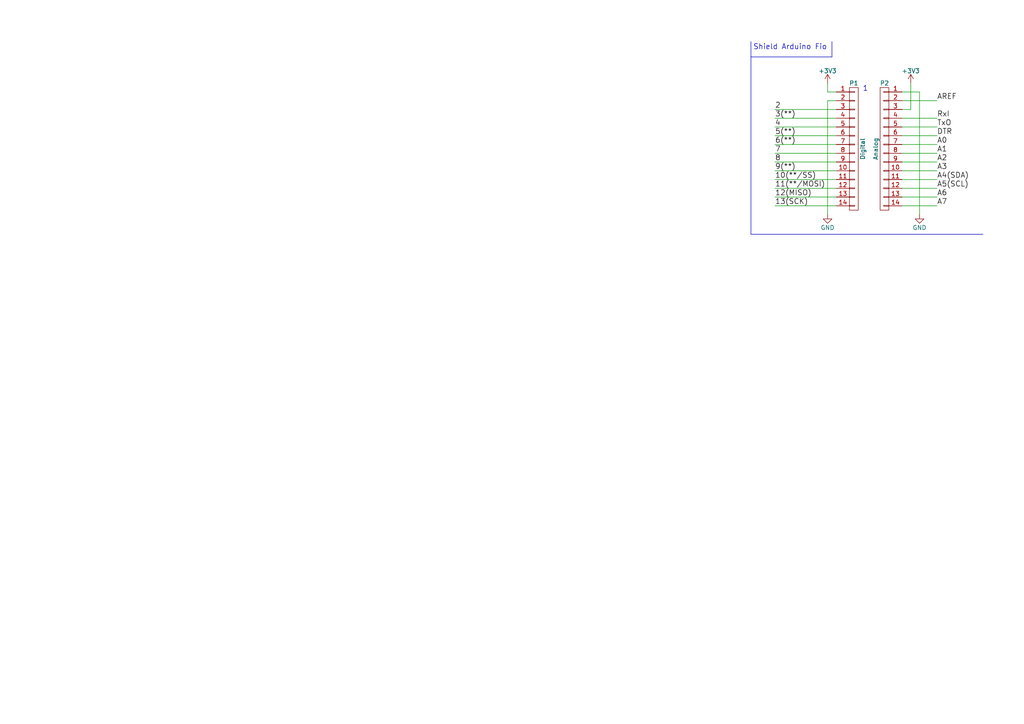
<source format=kicad_sch>
(kicad_sch (version 20230121) (generator eeschema)
  (paper "A4")
  (title_block (date "sam. 04 avril 2015"))
  (lib_symbols
    (symbol "Arduino_Fio-rescue:+3.3V" (power) (pin_names (offset 0))
      (property "Value" "+3.3V" (at 0 3.556 0))
      (symbol "+3.3V_0_1"
        (polyline (pts (xy -0.762 1.27) (xy 0 2.54)))
        (polyline (pts (xy 0 0) (xy 0 2.54)))
        (polyline (pts (xy 0 2.54) (xy 0.762 1.27)))
      )
      (symbol "+3.3V_1_1"
        (pin power_in line (at 0 0 90) (length 0) hide (name "+3V3") (number "1"))
      )
    )
    (symbol "Arduino_Fio-rescue:CONN_01X14" (pin_names (offset 1.016) hide)
      (property "Reference" "P" (at 0 19.05 0))
      (property "Value" "CONN_01X14" (at 2.54 0 90))
      (symbol "CONN_01X14_0_1"
        (rectangle (start -1.27 -16.383) (end 0.254 -16.637))
        (rectangle (start -1.27 -13.843) (end 0.254 -14.097))
        (rectangle (start -1.27 -11.303) (end 0.254 -11.557))
        (rectangle (start -1.27 -8.763) (end 0.254 -9.017))
        (rectangle (start -1.27 -6.223) (end 0.254 -6.477))
        (rectangle (start -1.27 -3.683) (end 0.254 -3.937))
        (rectangle (start -1.27 -1.143) (end 0.254 -1.397))
        (rectangle (start -1.27 1.397) (end 0.254 1.143))
        (rectangle (start -1.27 3.937) (end 0.254 3.683))
        (rectangle (start -1.27 6.477) (end 0.254 6.223))
        (rectangle (start -1.27 9.017) (end 0.254 8.763))
        (rectangle (start -1.27 11.557) (end 0.254 11.303))
        (rectangle (start -1.27 14.097) (end 0.254 13.843))
        (rectangle (start -1.27 16.637) (end 0.254 16.383))
        (rectangle (start -1.27 17.78) (end 1.27 -17.78))
      )
      (symbol "CONN_01X14_1_1"
        (pin passive line (at -5.08 16.51 0) (length 3.81) (name "P1") (number "1"))
        (pin passive line (at -5.08 -6.35 0) (length 3.81) (name "P10") (number "10"))
        (pin passive line (at -5.08 -8.89 0) (length 3.81) (name "P11") (number "11"))
        (pin passive line (at -5.08 -11.43 0) (length 3.81) (name "P12") (number "12"))
        (pin passive line (at -5.08 -13.97 0) (length 3.81) (name "P13") (number "13"))
        (pin passive line (at -5.08 -16.51 0) (length 3.81) (name "P14") (number "14"))
        (pin passive line (at -5.08 13.97 0) (length 3.81) (name "P2") (number "2"))
        (pin passive line (at -5.08 11.43 0) (length 3.81) (name "P3") (number "3"))
        (pin passive line (at -5.08 8.89 0) (length 3.81) (name "P4") (number "4"))
        (pin passive line (at -5.08 6.35 0) (length 3.81) (name "P5") (number "5"))
        (pin passive line (at -5.08 3.81 0) (length 3.81) (name "P6") (number "6"))
        (pin passive line (at -5.08 1.27 0) (length 3.81) (name "P7") (number "7"))
        (pin passive line (at -5.08 -1.27 0) (length 3.81) (name "P8") (number "8"))
        (pin passive line (at -5.08 -3.81 0) (length 3.81) (name "P9") (number "9"))
      )
    )
    (symbol "Arduino_Fio-rescue:GND" (power) (pin_names (offset 0))
      (property "Value" "GND" (at 0 -3.81 0))
      (symbol "GND_0_1"
        (polyline (pts (xy 0 0) (xy 0 -1.27) (xy 1.27 -1.27) (xy 0 -2.54) (xy -1.27 -1.27) (xy 0 -1.27)))
      )
      (symbol "GND_1_1"
        (pin power_in line (at 0 0 270) (length 0) hide (name "GND") (number "1"))
      )
    )
  )
  (polyline (pts (xy 241.3 16.51) (xy 241.3 12.065)))
  (wire (pts (xy 224.79 41.91) (xy 242.57 41.91)))
  (wire (pts (xy 271.78 52.07) (xy 261.62 52.07)))
  (wire (pts (xy 242.57 49.53) (xy 224.79 49.53)))
  (wire (pts (xy 261.62 44.45) (xy 271.78 44.45)))
  (wire (pts (xy 242.57 26.67) (xy 240.03 26.67)))
  (wire (pts (xy 242.57 29.21) (xy 240.03 29.21)))
  (wire (pts (xy 271.78 39.37) (xy 261.62 39.37)))
  (wire (pts (xy 261.62 54.61) (xy 271.78 54.61)))
  (wire (pts (xy 242.57 59.69) (xy 224.79 59.69)))
  (wire (pts (xy 261.62 26.67) (xy 266.7 26.67)))
  (wire (pts (xy 271.78 36.83) (xy 261.62 36.83)))
  (wire (pts (xy 266.7 26.67) (xy 266.7 62.23)))
  (wire (pts (xy 240.03 29.21) (xy 240.03 62.23)))
  (wire (pts (xy 224.79 46.99) (xy 242.57 46.99)))
  (wire (pts (xy 240.03 26.67) (xy 240.03 24.13)))
  (wire (pts (xy 224.79 34.29) (xy 242.57 34.29)))
  (wire (pts (xy 224.79 36.83) (xy 242.57 36.83)))
  (wire (pts (xy 271.78 34.29) (xy 261.62 34.29)))
  (wire (pts (xy 271.78 49.53) (xy 261.62 49.53)))
  (wire (pts (xy 271.78 41.91) (xy 261.62 41.91)))
  (polyline (pts (xy 217.805 16.51) (xy 241.3 16.51)))
  (wire (pts (xy 224.79 52.07) (xy 242.57 52.07)))
  (wire (pts (xy 224.79 57.15) (xy 242.57 57.15)))
  (wire (pts (xy 264.16 31.75) (xy 264.16 24.13)))
  (wire (pts (xy 224.79 54.61) (xy 242.57 54.61)))
  (wire (pts (xy 224.79 31.75) (xy 242.57 31.75)))
  (wire (pts (xy 242.57 39.37) (xy 224.79 39.37)))
  (wire (pts (xy 271.78 59.69) (xy 261.62 59.69)))
  (wire (pts (xy 224.79 44.45) (xy 242.57 44.45)))
  (wire (pts (xy 261.62 29.21) (xy 271.78 29.21)))
  (wire (pts (xy 271.78 57.15) (xy 261.62 57.15)))
  (polyline (pts (xy 217.805 12.065) (xy 217.805 67.945)))
  (wire (pts (xy 271.78 46.99) (xy 261.62 46.99)))
  (wire (pts (xy 261.62 31.75) (xy 264.16 31.75)))
  (polyline (pts (xy 217.805 67.945) (xy 285.115 67.945)))
  (text "Shield Arduino Fio " (at 218.44 14.605 0) (effects (font (size 1.524 1.524)) (justify left bottom)))
  (text "1" (at 250.19 26.67 0) (effects (font (size 1.524 1.524)) (justify left bottom)))
  (label "AREF" (at 271.78 29.21 0) (effects (font (size 1.524 1.524))))
  (label "A1" (at 271.78 44.45 0) (effects (font (size 1.524 1.524))))
  (label "9(**)" (at 224.79 49.53 0) (effects (font (size 1.524 1.524))))
  (label "RxI" (at 271.78 34.29 0) (effects (font (size 1.524 1.524))))
  (label "A5(SCL)" (at 271.78 54.61 0) (effects (font (size 1.524 1.524))))
  (label "A4(SDA)" (at 271.78 52.07 0) (effects (font (size 1.524 1.524))))
  (label "A0" (at 271.78 41.91 0) (effects (font (size 1.524 1.524))))
  (label "A7" (at 271.78 59.69 0) (effects (font (size 1.524 1.524))))
  (label "8" (at 224.79 46.99 0) (effects (font (size 1.524 1.524))))
  (label "2" (at 224.79 31.75 0) (effects (font (size 1.524 1.524))))
  (label "DTR" (at 271.78 39.37 0) (effects (font (size 1.524 1.524))))
  (label "10(**/SS)" (at 224.79 52.07 0) (effects (font (size 1.524 1.524))))
  (label "3(**)" (at 224.79 34.29 0) (effects (font (size 1.524 1.524))))
  (label "12(MISO)" (at 224.79 57.15 0) (effects (font (size 1.524 1.524))))
  (label "4" (at 224.79 36.83 0) (effects (font (size 1.524 1.524))))
  (label "TxO" (at 271.78 36.83 0) (effects (font (size 1.524 1.524))))
  (label "11(**/MOSI)" (at 224.79 54.61 0) (effects (font (size 1.524 1.524))))
  (label "6(**)" (at 224.79 41.91 0) (effects (font (size 1.524 1.524))))
  (label "7" (at 224.79 44.45 0) (effects (font (size 1.524 1.524))))
  (label "A6" (at 271.78 57.15 0) (effects (font (size 1.524 1.524))))
  (label "5(**)" (at 224.79 39.37 0) (effects (font (size 1.524 1.524))))
  (label "A2" (at 271.78 46.99 0) (effects (font (size 1.524 1.524))))
  (label "A3" (at 271.78 49.53 0) (effects (font (size 1.524 1.524))))
  (label "13(SCK)" (at 224.79 59.69 0) (effects (font (size 1.524 1.524))))
  (symbol (lib_id "Arduino_Fio-rescue:CONN_01X14") (at 247.65 43.18 0) (unit 1)
    (property "Reference" "P1" (at 247.65 24.13 0))
    (property "Value" "Digital" (at 250.19 43.18 90))
    (property "Footprint" "Socket_Arduino_Fio:Socket_Strip_Straight_1x14" (effects hide))
  )
  (symbol (lib_id "Arduino_Fio-rescue:CONN_01X14") (at 256.54 43.18 0) (mirror y) (unit 1)
    (property "Reference" "P2" (at 256.54 24.13 0))
    (property "Value" "Analog" (at 254 43.18 90))
    (property "Footprint" "Socket_Arduino_Fio:Socket_Strip_Straight_1x14" (effects hide))
  )
  (symbol (lib_id "Arduino_Fio-rescue:+3.3V") (at 240.03 24.13 0) (unit 1)
    (property "Reference" "#PWR01" (effects hide))
    (property "Value" "+3.3V" (at 240.03 20.574 0))
  )
  (symbol (lib_id "Arduino_Fio-rescue:GND") (at 240.03 62.23 0) (unit 1)
    (property "Reference" "#PWR02" (effects hide))
    (property "Value" "GND" (at 240.03 66.04 0))
  )
  (symbol (lib_id "Arduino_Fio-rescue:+3.3V") (at 264.16 24.13 0) (unit 1)
    (property "Reference" "#PWR03" (effects hide))
    (property "Value" "+3.3V" (at 264.16 20.574 0))
  )
  (symbol (lib_id "Arduino_Fio-rescue:GND") (at 266.7 62.23 0) (unit 1)
    (property "Reference" "#PWR04" (effects hide))
    (property "Value" "GND" (at 266.7 66.04 0))
  )
)
</source>
